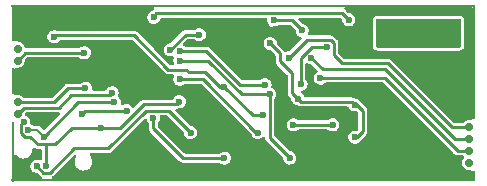
<source format=gbl>
G04 #@! TF.GenerationSoftware,KiCad,Pcbnew,(5.99.0-10200-gdf5f010514)*
G04 #@! TF.CreationDate,2021-04-24T18:33:29+03:00*
G04 #@! TF.ProjectId,hellen1-wbo,68656c6c-656e-4312-9d77-626f2e6b6963,rev?*
G04 #@! TF.SameCoordinates,PX4a19ba0PY5aa5910*
G04 #@! TF.FileFunction,Copper,L2,Bot*
G04 #@! TF.FilePolarity,Positive*
%FSLAX46Y46*%
G04 Gerber Fmt 4.6, Leading zero omitted, Abs format (unit mm)*
G04 Created by KiCad (PCBNEW (5.99.0-10200-gdf5f010514)) date 2021-04-24 18:33:29*
%MOMM*%
%LPD*%
G01*
G04 APERTURE LIST*
G04 #@! TA.AperFunction,ComponentPad*
%ADD10C,0.700000*%
G04 #@! TD*
G04 #@! TA.AperFunction,SMDPad,CuDef*
%ADD11R,39.250000X0.250000*%
G04 #@! TD*
G04 #@! TA.AperFunction,SMDPad,CuDef*
%ADD12R,0.250000X9.750000*%
G04 #@! TD*
G04 #@! TA.AperFunction,SMDPad,CuDef*
%ADD13R,0.250000X0.950000*%
G04 #@! TD*
G04 #@! TA.AperFunction,SMDPad,CuDef*
%ADD14R,0.250000X2.250000*%
G04 #@! TD*
G04 #@! TA.AperFunction,SMDPad,CuDef*
%ADD15R,0.250000X3.100000*%
G04 #@! TD*
G04 #@! TA.AperFunction,SMDPad,CuDef*
%ADD16R,0.250000X5.050000*%
G04 #@! TD*
G04 #@! TA.AperFunction,ViaPad*
%ADD17C,0.600000*%
G04 #@! TD*
G04 #@! TA.AperFunction,Conductor*
%ADD18C,0.250000*%
G04 #@! TD*
G04 #@! TA.AperFunction,Conductor*
%ADD19C,0.203200*%
G04 #@! TD*
G04 APERTURE END LIST*
D10*
G04 #@! TO.P,M600,E1,LSU_Un*
G04 #@! TO.N,/LSU_Un*
X38800000Y1650000D03*
G04 #@! TO.P,M600,E2,LSU_Vm*
G04 #@! TO.N,/LSU_Vm*
X38800000Y2650000D03*
G04 #@! TO.P,M600,E3,LSU_Ip*
G04 #@! TO.N,/LSU_Ip*
X38800000Y3650000D03*
G04 #@! TO.P,M600,E4,LSU_Rtrim*
G04 #@! TO.N,/LSU_Rtrim*
X38800000Y4650000D03*
D11*
G04 #@! TO.P,M600,G,GND*
G04 #@! TO.N,GND*
X19675000Y175000D03*
D12*
X39175000Y10175000D03*
D13*
X39175000Y525000D03*
D14*
X175000Y8525000D03*
D15*
X175000Y13500000D03*
D16*
X175000Y2575000D03*
D11*
X19675000Y14925000D03*
D10*
G04 #@! TO.P,M600,W1,V5_IN*
G04 #@! TO.N,+5V*
X550000Y11300000D03*
G04 #@! TO.P,M600,W2,CAN_VIO*
G04 #@! TO.N,+3V3*
X550000Y10300000D03*
G04 #@! TO.P,M600,W3,CAN_RX*
G04 #@! TO.N,/CAN_RX*
X550000Y6750000D03*
G04 #@! TO.P,M600,W4,CAN_TX*
G04 #@! TO.N,/CAN_TX*
X550000Y5750000D03*
G04 #@! TD*
D17*
G04 #@! TO.N,GND*
X24300000Y6150000D03*
X29100000Y8150000D03*
X7600000Y1950000D03*
X650000Y9400000D03*
X34700000Y1750000D03*
X29300000Y10800000D03*
X34850000Y14450000D03*
X9200000Y8450000D03*
X18550000Y13250000D03*
X38800000Y12400000D03*
X22450000Y12950000D03*
X15850000Y1300000D03*
X6950000Y14450000D03*
X17100000Y550000D03*
X35350000Y10450000D03*
X700000Y700000D03*
X23300000Y550000D03*
X3650000Y10000000D03*
X11200000Y7400000D03*
X6800000Y600000D03*
X17050000Y6800000D03*
X38700000Y14500000D03*
X30600000Y550000D03*
X26250000Y1800000D03*
X500000Y12200000D03*
X29081600Y5743600D03*
X5050000Y900000D03*
X600000Y7650000D03*
X32650000Y10700000D03*
X9300000Y14100000D03*
X17250000Y11350000D03*
X15200000Y3350000D03*
X18400000Y2800000D03*
X3600000Y5700000D03*
X10150000Y600000D03*
X13650000Y7750000D03*
X10500000Y11000000D03*
X7750000Y13500000D03*
X13150000Y800000D03*
X38850000Y550000D03*
X4100000Y13450000D03*
X3574000Y7577000D03*
X450000Y14600000D03*
X1650000Y13350000D03*
G04 #@! TO.N,/LSU_Rtrim*
X23550000Y10550000D03*
G04 #@! TO.N,/LSU_Vm*
X14300000Y10300000D03*
X26186000Y8817000D03*
X21900000Y7450000D03*
X23600000Y2050000D03*
G04 #@! TO.N,/LSU_Ip*
X25400000Y10550000D03*
G04 #@! TO.N,+3V3*
X29107000Y6531000D03*
X21950000Y11750000D03*
X29107000Y3813200D03*
X24300000Y7050000D03*
X2200000Y1350000D03*
X15200000Y4200000D03*
X6200000Y10950000D03*
G04 #@! TO.N,/nRESET*
X14240000Y6810000D03*
X3000000Y1400000D03*
X1059400Y5114322D03*
X7650000Y4600000D03*
G04 #@! TO.N,/Vm*
X24550000Y8300000D03*
X14300000Y11100000D03*
X21500000Y8250000D03*
X26750000Y11450000D03*
G04 #@! TO.N,/Un_sense*
X20900000Y4200000D03*
X14298800Y8715400D03*
G04 #@! TO.N,/Ip_dac*
X13486000Y11204600D03*
X15950000Y12500000D03*
G04 #@! TO.N,/Nernst_esr_drive*
X18050000Y2036592D03*
X12050000Y5400000D03*
G04 #@! TO.N,/CAN_TX*
X8550096Y7561538D03*
G04 #@! TO.N,/CAN_RX*
X6300000Y7959900D03*
G04 #@! TO.N,/heater_pwm*
X28600000Y13750000D03*
X12100000Y13950000D03*
G04 #@! TO.N,/Boot0*
X9800000Y6050000D03*
X6050000Y5800000D03*
G04 #@! TO.N,Net-(R613-Pad1)*
X24650000Y12850000D03*
X22250000Y13700000D03*
G04 #@! TO.N,/SWDIO*
X8750000Y6750000D03*
X1434289Y4435017D03*
X2800000Y3850000D03*
G04 #@! TO.N,VDDA*
X3640000Y12310000D03*
X18058000Y8055000D03*
X23900000Y4850000D03*
X21300000Y5650000D03*
X27227400Y4854600D03*
G04 #@! TO.N,/LSU_H-*
X31450000Y13100000D03*
X32250000Y13100000D03*
X37550000Y12350000D03*
X32250000Y12000000D03*
X31450000Y12000000D03*
X37550000Y13300000D03*
X36400000Y13300000D03*
X36400000Y12350000D03*
G04 #@! TD*
D18*
G04 #@! TO.N,/LSU_Rtrim*
X25040111Y12040111D02*
X23550000Y10550000D01*
X37323365Y4650000D02*
X31923365Y10050000D01*
X27059889Y12040111D02*
X25040111Y12040111D01*
X28050000Y10050000D02*
X27340111Y10759889D01*
X38800000Y4650000D02*
X37323365Y4650000D01*
X31923365Y10050000D02*
X28050000Y10050000D01*
X27340111Y10759889D02*
X27340111Y11759889D01*
X27340111Y11759889D02*
X27059889Y12040111D01*
G04 #@! TO.N,/LSU_Vm*
X21900000Y3750000D02*
X21900000Y7450000D01*
X19536365Y7450000D02*
X16686365Y10300000D01*
X31683000Y8817000D02*
X26186000Y8817000D01*
X16686365Y10300000D02*
X14300000Y10300000D01*
X21900000Y7450000D02*
X19536365Y7450000D01*
X37850000Y2650000D02*
X31683000Y8817000D01*
X23600000Y2050000D02*
X21900000Y3750000D01*
X38800000Y2650000D02*
X37850000Y2650000D01*
G04 #@! TO.N,/LSU_Ip*
X37600000Y3650000D02*
X31700000Y9550000D01*
X31700000Y9550000D02*
X26400000Y9550000D01*
X26400000Y9550000D02*
X25400000Y10550000D01*
X38800000Y3650000D02*
X37600000Y3650000D01*
G04 #@! TO.N,+3V3*
X23800000Y9225000D02*
X22800000Y10225000D01*
X29800000Y6050000D02*
X29800000Y4300000D01*
X2200000Y1350000D02*
X2739611Y810389D01*
X22800000Y10900000D02*
X21950000Y11750000D01*
X29319000Y6531000D02*
X29800000Y6050000D01*
X11450000Y6050000D02*
X13350000Y6050000D01*
X6200000Y10950000D02*
X1200000Y10950000D01*
X3283754Y810389D02*
X5323365Y2850000D01*
X22800000Y10225000D02*
X22800000Y10900000D01*
X23800000Y7562932D02*
X23800000Y9225000D01*
X13350000Y6050000D02*
X15200000Y4200000D01*
X24550000Y6800000D02*
X28838000Y6800000D01*
X2739611Y810389D02*
X3283754Y810389D01*
X5323365Y2850000D02*
X8250000Y2850000D01*
X28838000Y6800000D02*
X29107000Y6531000D01*
X24300000Y7062932D02*
X23800000Y7562932D01*
X8250000Y2850000D02*
X11450000Y6050000D01*
X24300000Y7050000D02*
X24550000Y6800000D01*
X24300000Y7050000D02*
X24300000Y7062932D01*
X1200000Y10950000D02*
X550000Y10300000D01*
X29313200Y3813200D02*
X29107000Y3813200D01*
X29800000Y4300000D02*
X29313200Y3813200D01*
X29107000Y6531000D02*
X29319000Y6531000D01*
G04 #@! TO.N,/nRESET*
X1620250Y3845406D02*
X2265656Y3200000D01*
X14020000Y6590000D02*
X11240000Y6590000D01*
X3750000Y3200000D02*
X5150000Y4600000D01*
X844678Y4152003D02*
X1151275Y3845406D01*
X1059400Y5114322D02*
X844678Y4899600D01*
X1151275Y3845406D02*
X1620250Y3845406D01*
X14240000Y6810000D02*
X14020000Y6590000D01*
X5150000Y4600000D02*
X7650000Y4600000D01*
X844678Y4899600D02*
X844678Y4152003D01*
X9250000Y4600000D02*
X7650000Y4600000D01*
X11240000Y6590000D02*
X9250000Y4600000D01*
X2265656Y3200000D02*
X3750000Y3200000D01*
X3000000Y1400000D02*
X3000000Y3200000D01*
G04 #@! TO.N,/Vm*
X24550000Y10550000D02*
X25450000Y11450000D01*
X24550000Y8300000D02*
X24550000Y10550000D01*
X16550000Y11100000D02*
X14300000Y11100000D01*
X19400000Y8250000D02*
X16550000Y11100000D01*
X25450000Y11450000D02*
X26750000Y11450000D01*
X21500000Y8250000D02*
X19400000Y8250000D01*
G04 #@! TO.N,/Un_sense*
X16259600Y8715400D02*
X20775000Y4200000D01*
X14298800Y8715400D02*
X16259600Y8715400D01*
X20775000Y4200000D02*
X20900000Y4200000D01*
G04 #@! TO.N,/Ip_dac*
X14781400Y12500000D02*
X15950000Y12500000D01*
X13486000Y11204600D02*
X14781400Y12500000D01*
G04 #@! TO.N,/Nernst_esr_drive*
X12050000Y4550000D02*
X14563408Y2036592D01*
X14563408Y2036592D02*
X18050000Y2036592D01*
X12050000Y5400000D02*
X12050000Y4550000D01*
G04 #@! TO.N,/CAN_TX*
X4050000Y6300000D02*
X1100000Y6300000D01*
X8550096Y7550096D02*
X8369789Y7369789D01*
X5119789Y7369789D02*
X4050000Y6300000D01*
X1100000Y6300000D02*
X550000Y5750000D01*
X8369789Y7369789D02*
X5119789Y7369789D01*
X8550096Y7561538D02*
X8550096Y7550096D01*
G04 #@! TO.N,/CAN_RX*
X6300000Y7959900D02*
X4830265Y7959900D01*
X3620365Y6750000D02*
X550000Y6750000D01*
X4830265Y7959900D02*
X3620365Y6750000D01*
G04 #@! TO.N,/heater_pwm*
X12290111Y14290111D02*
X12100000Y14100000D01*
X12100000Y14100000D02*
X12100000Y13950000D01*
X28059889Y14290111D02*
X12290111Y14290111D01*
X28600000Y13750000D02*
X28059889Y14290111D01*
G04 #@! TO.N,/Boot0*
X9800000Y6050000D02*
X6300000Y6050000D01*
X6300000Y6050000D02*
X6050000Y5800000D01*
G04 #@! TO.N,Net-(R613-Pad1)*
X23800000Y13700000D02*
X22250000Y13700000D01*
X24650000Y12850000D02*
X23800000Y13700000D01*
G04 #@! TO.N,/SWDIO*
X5700000Y6750000D02*
X2800000Y3850000D01*
X8750000Y6750000D02*
X5700000Y6750000D01*
D19*
X2214983Y4435017D02*
X2800000Y3850000D01*
X1434289Y4435017D02*
X2214983Y4435017D01*
D18*
G04 #@! TO.N,VDDA*
X14857600Y9528200D02*
X15035400Y9350400D01*
X13409800Y9528200D02*
X13528200Y9528200D01*
X3640000Y12310000D02*
X3770111Y12440111D01*
X10409889Y12440111D02*
X13321800Y9528200D01*
X20463000Y5650000D02*
X18058000Y8055000D01*
X16432400Y9350400D02*
X17727800Y8055000D01*
X17727800Y8055000D02*
X18058000Y8055000D01*
X3770111Y12440111D02*
X10409889Y12440111D01*
X23904600Y4854600D02*
X27227400Y4854600D01*
X13321800Y9528200D02*
X13528200Y9528200D01*
X23900000Y4850000D02*
X23904600Y4854600D01*
X13528200Y9528200D02*
X14857600Y9528200D01*
X21300000Y5650000D02*
X20463000Y5650000D01*
X15035400Y9350400D02*
X16432400Y9350400D01*
G04 #@! TD*
G04 #@! TA.AperFunction,Conductor*
G04 #@! TO.N,GND*
G36*
X2004693Y2921804D02*
G01*
X2015000Y2913962D01*
X2018551Y2910411D01*
X2022776Y2907392D01*
X2022785Y2907384D01*
X2035455Y2898330D01*
X2040193Y2894773D01*
X2080422Y2863060D01*
X2089053Y2860029D01*
X2096499Y2854708D01*
X2106477Y2851724D01*
X2106479Y2851723D01*
X2145591Y2840026D01*
X2151238Y2838191D01*
X2192070Y2823851D01*
X2192073Y2823850D01*
X2199549Y2821225D01*
X2207921Y2820500D01*
X2210630Y2820500D01*
X2210923Y2820487D01*
X2217465Y2818531D01*
X2265100Y2820403D01*
X2270049Y2820500D01*
X2494500Y2820500D01*
X2562621Y2800498D01*
X2609114Y2746842D01*
X2620500Y2694500D01*
X2620500Y1967044D01*
X2600498Y1898923D01*
X2546842Y1852430D01*
X2476568Y1842326D01*
X2451825Y1848491D01*
X2316327Y1897274D01*
X2307767Y1897903D01*
X2307765Y1897903D01*
X2215187Y1904701D01*
X2164869Y1908396D01*
X2015999Y1878379D01*
X2008347Y1874480D01*
X1888337Y1813332D01*
X1888334Y1813330D01*
X1880686Y1809433D01*
X1874364Y1803620D01*
X1874363Y1803619D01*
X1789999Y1726042D01*
X1768898Y1706639D01*
X1764370Y1699337D01*
X1764369Y1699335D01*
X1701139Y1597355D01*
X1688871Y1577569D01*
X1646502Y1431733D01*
X1646412Y1423147D01*
X1646412Y1423146D01*
X1645422Y1328563D01*
X1644912Y1279876D01*
X1684218Y1133185D01*
X1761524Y1002468D01*
X1767725Y996522D01*
X1767726Y996520D01*
X1784955Y979998D01*
X1871134Y897355D01*
X2004974Y825591D01*
X2013356Y823717D01*
X2013357Y823717D01*
X2144797Y794336D01*
X2144799Y794336D01*
X2153182Y792462D01*
X2161761Y792912D01*
X2170319Y792193D01*
X2170204Y790819D01*
X2230535Y776482D01*
X2257143Y756163D01*
X2433955Y579351D01*
X2447036Y563155D01*
X2449572Y560368D01*
X2455223Y551616D01*
X2463402Y545169D01*
X2463402Y545168D01*
X2479947Y532125D01*
X2484827Y527788D01*
X2484867Y527835D01*
X2488824Y524482D01*
X2492505Y520801D01*
X2496737Y517777D01*
X2509402Y508726D01*
X2514148Y505162D01*
X2547398Y478950D01*
X2588512Y421069D01*
X2591806Y350149D01*
X2556235Y288706D01*
X2493092Y256249D01*
X2469393Y254000D01*
X380000Y254000D01*
X311879Y274002D01*
X265386Y327658D01*
X254000Y380000D01*
X254000Y2198162D01*
X274002Y2266283D01*
X327658Y2312776D01*
X397932Y2322880D01*
X462512Y2293386D01*
X477295Y2278223D01*
X483517Y2270662D01*
X536620Y2206128D01*
X542447Y2201697D01*
X547096Y2198162D01*
X675776Y2100312D01*
X682464Y2097341D01*
X682468Y2097339D01*
X719294Y2080982D01*
X835541Y2029347D01*
X842736Y2027994D01*
X964370Y2005121D01*
X1007348Y1997039D01*
X1014656Y1997377D01*
X1014659Y1997377D01*
X1174664Y2004782D01*
X1174668Y2004783D01*
X1181979Y2005121D01*
X1189019Y2007133D01*
X1343024Y2051148D01*
X1343027Y2051149D01*
X1350066Y2053161D01*
X1442504Y2104929D01*
X1496202Y2135001D01*
X1496204Y2135002D01*
X1502594Y2138581D01*
X1631380Y2256798D01*
X1642948Y2273851D01*
X1725408Y2395416D01*
X1729516Y2401472D01*
X1791737Y2564842D01*
X1814707Y2738144D01*
X1814800Y2750000D01*
X1808612Y2803074D01*
X1820590Y2873052D01*
X1868501Y2925446D01*
X1937132Y2943620D01*
X2004693Y2921804D01*
G37*
G04 #@! TD.AperFunction*
G04 #@! TA.AperFunction,Conductor*
G36*
X12086197Y14825998D02*
G01*
X12132690Y14772342D01*
X12142794Y14702068D01*
X12113300Y14637488D01*
X12082049Y14613618D01*
X12082823Y14612418D01*
X12076168Y14608122D01*
X12069022Y14604690D01*
X12062589Y14599283D01*
X12060660Y14597354D01*
X12060458Y14597168D01*
X12054448Y14593926D01*
X12047379Y14586278D01*
X12047378Y14586278D01*
X12022092Y14558924D01*
X12018664Y14555360D01*
X11973920Y14510615D01*
X11926257Y14480716D01*
X11924424Y14480078D01*
X11915999Y14478379D01*
X11908345Y14474479D01*
X11788337Y14413332D01*
X11788334Y14413330D01*
X11780686Y14409433D01*
X11668898Y14306639D01*
X11664370Y14299337D01*
X11664369Y14299335D01*
X11632999Y14248740D01*
X11588871Y14177569D01*
X11546502Y14031733D01*
X11546412Y14023147D01*
X11546412Y14023146D01*
X11545578Y13943516D01*
X11544912Y13879876D01*
X11584218Y13733185D01*
X11661524Y13602468D01*
X11667725Y13596522D01*
X11667726Y13596520D01*
X11684455Y13580478D01*
X11771134Y13497355D01*
X11904974Y13425591D01*
X11913356Y13423717D01*
X11913357Y13423717D01*
X12044797Y13394336D01*
X12044799Y13394336D01*
X12053182Y13392462D01*
X12148885Y13397478D01*
X12196257Y13399960D01*
X12196258Y13399960D01*
X12204840Y13400410D01*
X12348773Y13448849D01*
X12355878Y13453678D01*
X12355881Y13453679D01*
X12467275Y13529382D01*
X12467276Y13529383D01*
X12474379Y13534210D01*
X12520077Y13588287D01*
X12566858Y13643645D01*
X12566860Y13643648D01*
X12572401Y13650205D01*
X12618091Y13750000D01*
X12632045Y13780478D01*
X12632045Y13780480D01*
X12635620Y13788287D01*
X12636964Y13796770D01*
X12636965Y13796775D01*
X12638161Y13804324D01*
X12668574Y13868477D01*
X12728843Y13906002D01*
X12762609Y13910611D01*
X21570739Y13910611D01*
X21638860Y13890609D01*
X21685353Y13836953D01*
X21693184Y13781768D01*
X21696502Y13781733D01*
X21694912Y13629876D01*
X21734218Y13483185D01*
X21811524Y13352468D01*
X21817725Y13346522D01*
X21817726Y13346520D01*
X21846576Y13318854D01*
X21921134Y13247355D01*
X22054974Y13175591D01*
X22063356Y13173717D01*
X22063357Y13173717D01*
X22194797Y13144336D01*
X22194799Y13144336D01*
X22203182Y13142462D01*
X22298885Y13147478D01*
X22346257Y13149960D01*
X22346258Y13149960D01*
X22354840Y13150410D01*
X22498773Y13198849D01*
X22505878Y13203678D01*
X22505881Y13203679D01*
X22617271Y13279379D01*
X22617273Y13279381D01*
X22624379Y13284210D01*
X22628176Y13288703D01*
X22691009Y13318854D01*
X22711308Y13320500D01*
X23590616Y13320500D01*
X23658737Y13300498D01*
X23679711Y13283595D01*
X24058377Y12904929D01*
X24092403Y12842617D01*
X24095275Y12814518D01*
X24094912Y12779876D01*
X24134218Y12633185D01*
X24211524Y12502468D01*
X24217725Y12496522D01*
X24217726Y12496520D01*
X24231069Y12483725D01*
X24321134Y12397355D01*
X24454974Y12325591D01*
X24504223Y12314582D01*
X24566337Y12280203D01*
X24600005Y12217698D01*
X24594536Y12146912D01*
X24565831Y12102525D01*
X23607935Y11144630D01*
X23545625Y11110606D01*
X23526755Y11107976D01*
X23523434Y11107767D01*
X23514869Y11108396D01*
X23365999Y11078379D01*
X23358347Y11074480D01*
X23358344Y11074479D01*
X23295424Y11042419D01*
X23225647Y11029314D01*
X23159862Y11056014D01*
X23124638Y11100142D01*
X23114579Y11121089D01*
X23109172Y11127522D01*
X23107242Y11129452D01*
X23107058Y11129653D01*
X23103815Y11135663D01*
X23095805Y11143068D01*
X23068824Y11168008D01*
X23065256Y11171438D01*
X22543103Y11693592D01*
X22509078Y11755904D01*
X22507365Y11765586D01*
X22491938Y11878200D01*
X22488889Y11900461D01*
X22485477Y11908346D01*
X22431987Y12031955D01*
X22431985Y12031958D01*
X22428576Y12039836D01*
X22333004Y12157858D01*
X22228986Y12231780D01*
X22216216Y12240855D01*
X22209214Y12245831D01*
X22066327Y12297274D01*
X22057767Y12297903D01*
X22057765Y12297903D01*
X21956594Y12305332D01*
X21914869Y12308396D01*
X21765999Y12278379D01*
X21758347Y12274480D01*
X21638337Y12213332D01*
X21638334Y12213330D01*
X21630686Y12209433D01*
X21624364Y12203620D01*
X21624363Y12203619D01*
X21580011Y12162835D01*
X21518898Y12106639D01*
X21514370Y12099337D01*
X21514369Y12099335D01*
X21452065Y11998849D01*
X21438871Y11977569D01*
X21396502Y11831733D01*
X21396412Y11823147D01*
X21396412Y11823146D01*
X21395742Y11759108D01*
X21394912Y11679876D01*
X21434218Y11533185D01*
X21511524Y11402468D01*
X21517725Y11396522D01*
X21517726Y11396520D01*
X21552853Y11362835D01*
X21621134Y11297355D01*
X21754974Y11225591D01*
X21763356Y11223717D01*
X21763357Y11223717D01*
X21894797Y11194336D01*
X21894799Y11194336D01*
X21903182Y11192462D01*
X21911761Y11192912D01*
X21920319Y11192193D01*
X21920204Y11190819D01*
X21980535Y11176482D01*
X22007143Y11156163D01*
X22383595Y10779711D01*
X22417621Y10717399D01*
X22420500Y10690616D01*
X22420500Y10277765D01*
X22418295Y10257047D01*
X22418118Y10253289D01*
X22415927Y10243113D01*
X22417151Y10232774D01*
X22419627Y10211851D01*
X22420011Y10205334D01*
X22420072Y10205339D01*
X22420500Y10200160D01*
X22420500Y10194960D01*
X22421354Y10189832D01*
X22421354Y10189827D01*
X22423909Y10174477D01*
X22424746Y10168600D01*
X22426896Y10150436D01*
X22430767Y10117728D01*
X22434728Y10109480D01*
X22436230Y10100454D01*
X22460569Y10055346D01*
X22463247Y10050088D01*
X22481989Y10011056D01*
X22481991Y10011052D01*
X22485421Y10003910D01*
X22490828Y9997478D01*
X22492766Y9995540D01*
X22492942Y9995349D01*
X22496185Y9989337D01*
X22503833Y9982268D01*
X22503837Y9982262D01*
X22531202Y9956967D01*
X22534769Y9953537D01*
X23383595Y9104711D01*
X23417621Y9042399D01*
X23420500Y9015616D01*
X23420500Y7615697D01*
X23418295Y7594979D01*
X23418118Y7591221D01*
X23415927Y7581045D01*
X23418236Y7561538D01*
X23419627Y7549783D01*
X23420011Y7543266D01*
X23420072Y7543271D01*
X23420500Y7538092D01*
X23420500Y7532892D01*
X23421354Y7527764D01*
X23421354Y7527759D01*
X23423909Y7512409D01*
X23424746Y7506532D01*
X23430767Y7455660D01*
X23434728Y7447412D01*
X23436230Y7438386D01*
X23460569Y7393278D01*
X23463247Y7388020D01*
X23481989Y7348988D01*
X23481991Y7348984D01*
X23485421Y7341842D01*
X23490828Y7335410D01*
X23492766Y7333472D01*
X23492942Y7333281D01*
X23496185Y7327269D01*
X23503833Y7320200D01*
X23503837Y7320194D01*
X23531202Y7294899D01*
X23534769Y7291469D01*
X23708511Y7117727D01*
X23742537Y7055415D01*
X23745409Y7027316D01*
X23744912Y6979876D01*
X23784218Y6833185D01*
X23861524Y6702468D01*
X23971134Y6597355D01*
X24104974Y6525591D01*
X24113356Y6523717D01*
X24113357Y6523717D01*
X24244797Y6494336D01*
X24244799Y6494336D01*
X24253182Y6492462D01*
X24275481Y6493631D01*
X24344554Y6477223D01*
X24353385Y6471268D01*
X24356588Y6469507D01*
X24364766Y6463060D01*
X24373400Y6460028D01*
X24380843Y6454709D01*
X24413832Y6444843D01*
X24429903Y6440037D01*
X24435552Y6438202D01*
X24483893Y6421225D01*
X24492265Y6420500D01*
X24494979Y6420500D01*
X24495271Y6420487D01*
X24501809Y6418532D01*
X24549429Y6420403D01*
X24554376Y6420500D01*
X28466047Y6420500D01*
X28534168Y6400498D01*
X28580661Y6346842D01*
X28587753Y6327115D01*
X28591218Y6314185D01*
X28668524Y6183468D01*
X28674725Y6177522D01*
X28674726Y6177520D01*
X28696506Y6156634D01*
X28778134Y6078355D01*
X28911974Y6006591D01*
X28920356Y6004717D01*
X28920357Y6004717D01*
X29051797Y5975336D01*
X29051799Y5975336D01*
X29060182Y5973462D01*
X29155885Y5978478D01*
X29203257Y5980960D01*
X29203258Y5980960D01*
X29211840Y5981410D01*
X29227624Y5986722D01*
X29298566Y5989492D01*
X29356908Y5956398D01*
X29383595Y5929711D01*
X29417621Y5867399D01*
X29420500Y5840616D01*
X29420500Y4509384D01*
X29400498Y4441263D01*
X29383595Y4420289D01*
X29353563Y4390257D01*
X29291251Y4356231D01*
X29238269Y4356106D01*
X29231409Y4357564D01*
X29223327Y4360474D01*
X29214764Y4361103D01*
X29214763Y4361103D01*
X29147598Y4366035D01*
X29071869Y4371596D01*
X28922999Y4341579D01*
X28915347Y4337680D01*
X28795337Y4276532D01*
X28795334Y4276530D01*
X28787686Y4272633D01*
X28781364Y4266820D01*
X28781363Y4266819D01*
X28686273Y4179379D01*
X28675898Y4169839D01*
X28671370Y4162537D01*
X28671369Y4162535D01*
X28600397Y4048069D01*
X28595871Y4040769D01*
X28553502Y3894933D01*
X28553412Y3886347D01*
X28553412Y3886346D01*
X28552995Y3846520D01*
X28551912Y3743076D01*
X28591218Y3596385D01*
X28668524Y3465668D01*
X28674725Y3459722D01*
X28674726Y3459720D01*
X28692999Y3442197D01*
X28778134Y3360555D01*
X28911974Y3288791D01*
X28920356Y3286917D01*
X28920357Y3286917D01*
X29051797Y3257536D01*
X29051799Y3257536D01*
X29060182Y3255662D01*
X29155885Y3260678D01*
X29203257Y3263160D01*
X29203258Y3263160D01*
X29211840Y3263610D01*
X29355773Y3312049D01*
X29362878Y3316878D01*
X29362881Y3316879D01*
X29474275Y3392582D01*
X29474276Y3392583D01*
X29481379Y3397410D01*
X29486922Y3403969D01*
X29573858Y3506845D01*
X29573860Y3506848D01*
X29579401Y3513405D01*
X29594708Y3546840D01*
X29620177Y3583483D01*
X30031038Y3994344D01*
X30047234Y4007425D01*
X30050021Y4009961D01*
X30058773Y4015612D01*
X30069722Y4029500D01*
X30078264Y4040336D01*
X30082601Y4045216D01*
X30082554Y4045256D01*
X30085907Y4049213D01*
X30089588Y4052894D01*
X30101664Y4069792D01*
X30105227Y4074538D01*
X30130493Y4106588D01*
X30136940Y4114766D01*
X30139972Y4123400D01*
X30145291Y4130843D01*
X30159963Y4179903D01*
X30161798Y4185551D01*
X30173142Y4217852D01*
X30178775Y4233893D01*
X30179500Y4242265D01*
X30179500Y4244979D01*
X30179513Y4245271D01*
X30181468Y4251809D01*
X30179597Y4299429D01*
X30179500Y4304376D01*
X30179500Y5997235D01*
X30181705Y6017953D01*
X30181882Y6021711D01*
X30184073Y6031887D01*
X30180373Y6063149D01*
X30179989Y6069666D01*
X30179928Y6069661D01*
X30179500Y6074840D01*
X30179500Y6080040D01*
X30176091Y6100523D01*
X30175254Y6106400D01*
X30170457Y6146928D01*
X30169233Y6157272D01*
X30165272Y6165520D01*
X30163770Y6174546D01*
X30144602Y6210072D01*
X30139447Y6219625D01*
X30136752Y6224914D01*
X30118011Y6263942D01*
X30114579Y6271089D01*
X30109172Y6277522D01*
X30107242Y6279452D01*
X30107058Y6279653D01*
X30103815Y6285663D01*
X30081697Y6306109D01*
X30068824Y6318008D01*
X30065256Y6321438D01*
X29624652Y6762043D01*
X29611578Y6778231D01*
X29611267Y6778573D01*
X29611128Y6778789D01*
X29607900Y6782786D01*
X29603388Y6789772D01*
X29603845Y6790067D01*
X29593705Y6805771D01*
X29593436Y6805608D01*
X29588987Y6812954D01*
X29585576Y6820836D01*
X29490004Y6938858D01*
X29366214Y7026831D01*
X29223327Y7078274D01*
X29214767Y7078903D01*
X29214765Y7078903D01*
X29179485Y7081494D01*
X29123219Y7085625D01*
X29054442Y7112337D01*
X29023234Y7136940D01*
X29014603Y7139971D01*
X29007157Y7145292D01*
X28997179Y7148276D01*
X28997177Y7148277D01*
X28958065Y7159974D01*
X28952418Y7161809D01*
X28949500Y7162834D01*
X28938665Y7166639D01*
X28911586Y7176149D01*
X28911583Y7176150D01*
X28904107Y7178775D01*
X28895735Y7179500D01*
X28893026Y7179500D01*
X28892733Y7179513D01*
X28886191Y7181469D01*
X28873799Y7180982D01*
X28838555Y7179597D01*
X28833607Y7179500D01*
X24930726Y7179500D01*
X24862605Y7199502D01*
X24815089Y7255460D01*
X24781988Y7331952D01*
X24781987Y7331954D01*
X24778576Y7339836D01*
X24683004Y7457858D01*
X24671542Y7466004D01*
X24606243Y7512409D01*
X24591972Y7522551D01*
X24548032Y7578315D01*
X24541216Y7648984D01*
X24573689Y7712119D01*
X24641354Y7749025D01*
X24646256Y7749960D01*
X24654840Y7750410D01*
X24798773Y7798849D01*
X24805878Y7803678D01*
X24805881Y7803679D01*
X24917275Y7879382D01*
X24917276Y7879383D01*
X24924379Y7884210D01*
X24929922Y7890769D01*
X25016858Y7993645D01*
X25016860Y7993648D01*
X25022401Y8000205D01*
X25062728Y8088287D01*
X25082045Y8130478D01*
X25082045Y8130480D01*
X25085620Y8138287D01*
X25109377Y8288283D01*
X25109500Y8300000D01*
X25088889Y8450461D01*
X25060269Y8516598D01*
X25031987Y8581955D01*
X25031985Y8581958D01*
X25028576Y8589836D01*
X25023171Y8596510D01*
X25023169Y8596514D01*
X24957580Y8677510D01*
X24930254Y8743037D01*
X24929500Y8756804D01*
X24929500Y9962768D01*
X24949502Y10030889D01*
X25003158Y10077382D01*
X25073432Y10087486D01*
X25115038Y10073814D01*
X25204974Y10025591D01*
X25213356Y10023717D01*
X25213357Y10023717D01*
X25344797Y9994336D01*
X25344799Y9994336D01*
X25353182Y9992462D01*
X25361761Y9992912D01*
X25370319Y9992193D01*
X25370204Y9990819D01*
X25430535Y9976482D01*
X25457143Y9956163D01*
X25923045Y9490261D01*
X25957071Y9427949D01*
X25952006Y9357134D01*
X25909459Y9300298D01*
X25891157Y9288902D01*
X25866686Y9276433D01*
X25860364Y9270620D01*
X25860363Y9270619D01*
X25766577Y9184378D01*
X25754898Y9173639D01*
X25750370Y9166337D01*
X25750369Y9166335D01*
X25679397Y9051869D01*
X25674871Y9044569D01*
X25632502Y8898733D01*
X25630912Y8746876D01*
X25670218Y8600185D01*
X25747524Y8469468D01*
X25753725Y8463522D01*
X25753726Y8463520D01*
X25782576Y8435854D01*
X25857134Y8364355D01*
X25990974Y8292591D01*
X25999356Y8290717D01*
X25999357Y8290717D01*
X26130797Y8261336D01*
X26130799Y8261336D01*
X26139182Y8259462D01*
X26234885Y8264478D01*
X26282257Y8266960D01*
X26282258Y8266960D01*
X26290840Y8267410D01*
X26434773Y8315849D01*
X26441878Y8320678D01*
X26441881Y8320679D01*
X26553271Y8396379D01*
X26553273Y8396381D01*
X26560379Y8401210D01*
X26564176Y8405703D01*
X26627009Y8435854D01*
X26647308Y8437500D01*
X31473616Y8437500D01*
X31541737Y8417498D01*
X31562711Y8400595D01*
X37544344Y2418962D01*
X37557425Y2402766D01*
X37559961Y2399979D01*
X37565612Y2391227D01*
X37573791Y2384780D01*
X37573791Y2384779D01*
X37590336Y2371736D01*
X37595215Y2367400D01*
X37595254Y2367447D01*
X37599215Y2364091D01*
X37602894Y2360412D01*
X37619734Y2348378D01*
X37619792Y2348337D01*
X37624540Y2344773D01*
X37664766Y2313060D01*
X37673397Y2310029D01*
X37680843Y2304708D01*
X37690821Y2301724D01*
X37690823Y2301723D01*
X37729935Y2290026D01*
X37735576Y2288193D01*
X37746195Y2284464D01*
X37776414Y2273851D01*
X37776417Y2273850D01*
X37783893Y2271225D01*
X37792265Y2270500D01*
X37794974Y2270500D01*
X37795267Y2270487D01*
X37801809Y2268531D01*
X37849444Y2270403D01*
X37854393Y2270500D01*
X38258938Y2270500D01*
X38327059Y2250498D01*
X38373552Y2196842D01*
X38383656Y2126568D01*
X38358901Y2067797D01*
X38272158Y1954750D01*
X38211268Y1807750D01*
X38210191Y1799566D01*
X38210190Y1799564D01*
X38198381Y1709865D01*
X38190500Y1650000D01*
X38191578Y1641812D01*
X38208891Y1510309D01*
X38211268Y1492250D01*
X38272158Y1345250D01*
X38277185Y1338699D01*
X38356103Y1235850D01*
X38369018Y1219018D01*
X38495250Y1122158D01*
X38642250Y1061268D01*
X38650432Y1060191D01*
X38650435Y1060190D01*
X38716588Y1051481D01*
X38782653Y1021784D01*
X38800000Y1006753D01*
X38800000Y1000000D01*
X38970000Y1000000D01*
X39038121Y979998D01*
X39084614Y926342D01*
X39096000Y874000D01*
X39096000Y380000D01*
X39075998Y311879D01*
X39022342Y265386D01*
X38970000Y254000D01*
X3554749Y254000D01*
X3486628Y274002D01*
X3440135Y327658D01*
X3430031Y397932D01*
X3459525Y462512D01*
X3491682Y487071D01*
X3491034Y488075D01*
X3497700Y492380D01*
X3504844Y495810D01*
X3511276Y501217D01*
X3513214Y503155D01*
X3513405Y503331D01*
X3519417Y506574D01*
X3526486Y514222D01*
X3526492Y514226D01*
X3551787Y541591D01*
X3555217Y545158D01*
X5313688Y2303629D01*
X5376000Y2337655D01*
X5446815Y2332590D01*
X5503651Y2290043D01*
X5528462Y2223523D01*
X5513433Y2154436D01*
X5512041Y2152797D01*
X5432540Y1997102D01*
X5408516Y1898923D01*
X5394461Y1841485D01*
X5390988Y1827294D01*
X5390931Y1819976D01*
X5390930Y1819972D01*
X5390357Y1747003D01*
X5389615Y1652482D01*
X5428494Y1482043D01*
X5505540Y1325119D01*
X5616620Y1190128D01*
X5755776Y1084312D01*
X5762464Y1081341D01*
X5762468Y1081339D01*
X5807655Y1061268D01*
X5915541Y1013347D01*
X5922736Y1011994D01*
X6044370Y989121D01*
X6087348Y981039D01*
X6094656Y981377D01*
X6094659Y981377D01*
X6254664Y988782D01*
X6254668Y988783D01*
X6261979Y989121D01*
X6269019Y991133D01*
X6423024Y1035148D01*
X6423027Y1035149D01*
X6430066Y1037161D01*
X6576198Y1118999D01*
X6576204Y1119002D01*
X6582594Y1122581D01*
X6669285Y1202158D01*
X6705990Y1235850D01*
X6705991Y1235852D01*
X6711380Y1240798D01*
X6809516Y1385472D01*
X6871737Y1548842D01*
X6894707Y1722144D01*
X6894800Y1734000D01*
X6893676Y1743645D01*
X6875403Y1900369D01*
X6874555Y1907642D01*
X6814908Y2071969D01*
X6796326Y2100312D01*
X6745037Y2178539D01*
X6719056Y2218166D01*
X6682256Y2253027D01*
X6646558Y2314396D01*
X6649706Y2385323D01*
X6690699Y2443289D01*
X6756524Y2469890D01*
X6768909Y2470500D01*
X8197235Y2470500D01*
X8217953Y2468295D01*
X8221711Y2468118D01*
X8231887Y2465927D01*
X8263149Y2469627D01*
X8269666Y2470011D01*
X8269661Y2470072D01*
X8274840Y2470500D01*
X8280040Y2470500D01*
X8285168Y2471354D01*
X8285173Y2471354D01*
X8300523Y2473909D01*
X8306400Y2474746D01*
X8324654Y2476907D01*
X8357272Y2480767D01*
X8365520Y2484728D01*
X8374546Y2486230D01*
X8419654Y2510569D01*
X8424912Y2513247D01*
X8463944Y2531989D01*
X8463948Y2531991D01*
X8471090Y2535421D01*
X8477522Y2540828D01*
X8479460Y2542766D01*
X8479651Y2542942D01*
X8485663Y2546185D01*
X8492732Y2553833D01*
X8492738Y2553837D01*
X8518033Y2581202D01*
X8521463Y2584769D01*
X11292340Y5355646D01*
X11354652Y5389672D01*
X11425467Y5384607D01*
X11482303Y5342060D01*
X11503142Y5299163D01*
X11534218Y5183185D01*
X11611524Y5052468D01*
X11617724Y5046522D01*
X11617726Y5046520D01*
X11631711Y5033109D01*
X11667033Y4971523D01*
X11670500Y4942168D01*
X11670500Y4602765D01*
X11668295Y4582047D01*
X11668118Y4578289D01*
X11665927Y4568113D01*
X11668583Y4545670D01*
X11669627Y4536851D01*
X11670011Y4530334D01*
X11670072Y4530339D01*
X11670500Y4525160D01*
X11670500Y4519960D01*
X11671354Y4514832D01*
X11671354Y4514827D01*
X11673909Y4499477D01*
X11674746Y4493600D01*
X11680767Y4442728D01*
X11684728Y4434480D01*
X11686230Y4425454D01*
X11710569Y4380346D01*
X11713247Y4375088D01*
X11731989Y4336056D01*
X11731991Y4336052D01*
X11735421Y4328910D01*
X11740828Y4322478D01*
X11742766Y4320540D01*
X11742942Y4320349D01*
X11746185Y4314337D01*
X11753833Y4307268D01*
X11753837Y4307262D01*
X11781202Y4281967D01*
X11784769Y4278537D01*
X14257752Y1805554D01*
X14270833Y1789358D01*
X14273369Y1786571D01*
X14279020Y1777819D01*
X14287199Y1771372D01*
X14287199Y1771371D01*
X14303744Y1758328D01*
X14308627Y1753988D01*
X14308667Y1754035D01*
X14312626Y1750680D01*
X14316303Y1747003D01*
X14320528Y1743984D01*
X14320537Y1743976D01*
X14333207Y1734922D01*
X14337945Y1731365D01*
X14378174Y1699652D01*
X14386805Y1696621D01*
X14394251Y1691300D01*
X14404229Y1688316D01*
X14404231Y1688315D01*
X14443343Y1676618D01*
X14448990Y1674783D01*
X14489822Y1660443D01*
X14489825Y1660442D01*
X14497301Y1657817D01*
X14505673Y1657092D01*
X14508382Y1657092D01*
X14508675Y1657079D01*
X14515217Y1655123D01*
X14562852Y1656995D01*
X14567801Y1657092D01*
X17594208Y1657092D01*
X17662329Y1637090D01*
X17681418Y1622034D01*
X17721134Y1583947D01*
X17728705Y1579888D01*
X17728707Y1579886D01*
X17773069Y1556100D01*
X17854974Y1512183D01*
X17863356Y1510309D01*
X17863357Y1510309D01*
X17994797Y1480928D01*
X17994799Y1480928D01*
X18003182Y1479054D01*
X18098885Y1484070D01*
X18146257Y1486552D01*
X18146258Y1486552D01*
X18154840Y1487002D01*
X18298773Y1535441D01*
X18305878Y1540270D01*
X18305881Y1540271D01*
X18417275Y1615974D01*
X18417276Y1615975D01*
X18424379Y1620802D01*
X18431630Y1629382D01*
X18516858Y1730237D01*
X18516860Y1730240D01*
X18522401Y1736797D01*
X18560482Y1819972D01*
X18582045Y1867070D01*
X18582045Y1867072D01*
X18585620Y1874879D01*
X18609377Y2024875D01*
X18609500Y2036592D01*
X18588889Y2187053D01*
X18575425Y2218166D01*
X18531987Y2318547D01*
X18531985Y2318550D01*
X18528576Y2326428D01*
X18433004Y2444450D01*
X18309214Y2532423D01*
X18166327Y2583866D01*
X18157767Y2584495D01*
X18157765Y2584495D01*
X18065187Y2591293D01*
X18014869Y2594988D01*
X17865999Y2564971D01*
X17858347Y2561072D01*
X17738337Y2499924D01*
X17738334Y2499922D01*
X17730686Y2496025D01*
X17679919Y2449342D01*
X17616237Y2417958D01*
X17594634Y2416092D01*
X14772792Y2416092D01*
X14704671Y2436094D01*
X14683697Y2452997D01*
X12466405Y4670290D01*
X12432379Y4732602D01*
X12429500Y4759385D01*
X12429500Y4944161D01*
X12449502Y5012282D01*
X12459261Y5025488D01*
X12464735Y5031965D01*
X12484543Y5055405D01*
X12516858Y5093645D01*
X12516860Y5093648D01*
X12522401Y5100205D01*
X12569603Y5203302D01*
X12582045Y5230478D01*
X12582045Y5230480D01*
X12585620Y5238287D01*
X12609377Y5388283D01*
X12609500Y5400000D01*
X12592048Y5527400D01*
X12602620Y5597605D01*
X12649469Y5650949D01*
X12716882Y5670500D01*
X13140616Y5670500D01*
X13208737Y5650498D01*
X13229711Y5633595D01*
X14608377Y4254929D01*
X14642403Y4192617D01*
X14645275Y4164518D01*
X14644912Y4129876D01*
X14684218Y3983185D01*
X14761524Y3852468D01*
X14767725Y3846522D01*
X14767726Y3846520D01*
X14801938Y3813712D01*
X14871134Y3747355D01*
X15004974Y3675591D01*
X15013356Y3673717D01*
X15013357Y3673717D01*
X15144797Y3644336D01*
X15144799Y3644336D01*
X15153182Y3642462D01*
X15250229Y3647548D01*
X15296257Y3649960D01*
X15296258Y3649960D01*
X15304840Y3650410D01*
X15448773Y3698849D01*
X15455878Y3703678D01*
X15455881Y3703679D01*
X15567275Y3779382D01*
X15567276Y3779383D01*
X15574379Y3784210D01*
X15579922Y3790769D01*
X15666858Y3893645D01*
X15666860Y3893648D01*
X15672401Y3900205D01*
X15710392Y3983185D01*
X15732045Y4030478D01*
X15732045Y4030480D01*
X15735620Y4038287D01*
X15759377Y4188283D01*
X15759500Y4200000D01*
X15738889Y4350461D01*
X15727074Y4377764D01*
X15681987Y4481955D01*
X15681985Y4481958D01*
X15678576Y4489836D01*
X15583004Y4607858D01*
X15459214Y4695831D01*
X15316327Y4747274D01*
X15307767Y4747903D01*
X15307765Y4747903D01*
X15266348Y4750944D01*
X15226093Y4753900D01*
X15159621Y4778838D01*
X15146227Y4790467D01*
X13943150Y5993545D01*
X13909124Y6055857D01*
X13914189Y6126673D01*
X13956736Y6183508D01*
X14017433Y6207766D01*
X14033146Y6209626D01*
X14039666Y6210011D01*
X14039661Y6210072D01*
X14044840Y6210500D01*
X14050040Y6210500D01*
X14055168Y6211354D01*
X14055173Y6211354D01*
X14070523Y6213909D01*
X14076400Y6214746D01*
X14103850Y6217995D01*
X14127272Y6220767D01*
X14135520Y6224728D01*
X14144546Y6226230D01*
X14153709Y6231174D01*
X14153712Y6231175D01*
X14168225Y6239006D01*
X14221461Y6253944D01*
X14336257Y6259960D01*
X14336259Y6259960D01*
X14344840Y6260410D01*
X14488773Y6308849D01*
X14495878Y6313678D01*
X14495881Y6313679D01*
X14607275Y6389382D01*
X14607276Y6389383D01*
X14614379Y6394210D01*
X14619922Y6400769D01*
X14706858Y6503645D01*
X14706860Y6503648D01*
X14712401Y6510205D01*
X14752264Y6597274D01*
X14772045Y6640478D01*
X14772045Y6640480D01*
X14775620Y6648287D01*
X14799377Y6798283D01*
X14799500Y6810000D01*
X14778889Y6960461D01*
X14775347Y6968646D01*
X14721987Y7091955D01*
X14721985Y7091958D01*
X14718576Y7099836D01*
X14623004Y7217858D01*
X14514597Y7294899D01*
X14506216Y7300855D01*
X14499214Y7305831D01*
X14356327Y7357274D01*
X14347767Y7357903D01*
X14347765Y7357903D01*
X14255187Y7364701D01*
X14204869Y7368396D01*
X14055999Y7338379D01*
X14043191Y7331853D01*
X13928337Y7273332D01*
X13928334Y7273330D01*
X13920686Y7269433D01*
X13914364Y7263620D01*
X13914363Y7263619D01*
X13824581Y7181060D01*
X13808898Y7166639D01*
X13804370Y7159337D01*
X13804369Y7159335D01*
X13797513Y7148277D01*
X13728871Y7037569D01*
X13727935Y7038149D01*
X13687146Y6990157D01*
X13618016Y6969500D01*
X11292765Y6969500D01*
X11272047Y6971705D01*
X11268289Y6971882D01*
X11258113Y6974073D01*
X11227685Y6970472D01*
X11226851Y6970373D01*
X11220334Y6969989D01*
X11220339Y6969928D01*
X11215160Y6969500D01*
X11209960Y6969500D01*
X11204832Y6968646D01*
X11204827Y6968646D01*
X11189477Y6966091D01*
X11183600Y6965254D01*
X11165346Y6963093D01*
X11132728Y6959233D01*
X11124480Y6955272D01*
X11115454Y6953770D01*
X11070346Y6929431D01*
X11065088Y6926753D01*
X11026056Y6908011D01*
X11026052Y6908009D01*
X11018910Y6904579D01*
X11012478Y6899172D01*
X11010542Y6897236D01*
X11010348Y6897058D01*
X11004337Y6893815D01*
X10997268Y6886168D01*
X10997267Y6886167D01*
X10971980Y6858811D01*
X10968550Y6855244D01*
X10455636Y6342330D01*
X10393324Y6308304D01*
X10322509Y6313369D01*
X10268621Y6352131D01*
X10188414Y6451178D01*
X10188411Y6451181D01*
X10183004Y6457858D01*
X10059214Y6545831D01*
X9916327Y6597274D01*
X9907767Y6597903D01*
X9907765Y6597903D01*
X9815187Y6604701D01*
X9764869Y6608396D01*
X9615999Y6578379D01*
X9480686Y6509433D01*
X9479873Y6511029D01*
X9422417Y6491877D01*
X9353618Y6509405D01*
X9305216Y6561346D01*
X9293415Y6637504D01*
X9309377Y6738283D01*
X9309500Y6750000D01*
X9288889Y6900461D01*
X9281422Y6917717D01*
X9231987Y7031955D01*
X9231985Y7031958D01*
X9228576Y7039836D01*
X9133004Y7157858D01*
X9102551Y7179500D01*
X9098704Y7182234D01*
X9054765Y7238000D01*
X9047950Y7308668D01*
X9057131Y7337390D01*
X9082141Y7392016D01*
X9082141Y7392018D01*
X9085716Y7399825D01*
X9109473Y7549821D01*
X9109596Y7561538D01*
X9088985Y7711999D01*
X9076939Y7739836D01*
X9032083Y7843493D01*
X9032081Y7843496D01*
X9028672Y7851374D01*
X8933100Y7969396D01*
X8809310Y8057369D01*
X8666423Y8108812D01*
X8657863Y8109441D01*
X8657861Y8109441D01*
X8565283Y8116239D01*
X8514965Y8119934D01*
X8366095Y8089917D01*
X8358443Y8086018D01*
X8238433Y8024870D01*
X8238430Y8024868D01*
X8230782Y8020971D01*
X8224460Y8015158D01*
X8224459Y8015157D01*
X8146666Y7943623D01*
X8118994Y7918177D01*
X8114466Y7910875D01*
X8114465Y7910873D01*
X8051234Y7808892D01*
X7998338Y7761537D01*
X7944148Y7749289D01*
X6975403Y7749289D01*
X6907282Y7769291D01*
X6860789Y7822947D01*
X6850954Y7894999D01*
X6858655Y7943623D01*
X6858655Y7943626D01*
X6859377Y7948183D01*
X6859500Y7959900D01*
X6838889Y8110361D01*
X6835019Y8119305D01*
X6781987Y8241855D01*
X6781985Y8241858D01*
X6778576Y8249736D01*
X6683004Y8367758D01*
X6559214Y8455731D01*
X6416327Y8507174D01*
X6407767Y8507803D01*
X6407765Y8507803D01*
X6315187Y8514601D01*
X6264869Y8518296D01*
X6115999Y8488279D01*
X6108347Y8484380D01*
X5988337Y8423232D01*
X5988334Y8423230D01*
X5980686Y8419333D01*
X5929919Y8372650D01*
X5866237Y8341266D01*
X5844634Y8339400D01*
X4883030Y8339400D01*
X4862312Y8341605D01*
X4858554Y8341782D01*
X4848378Y8343973D01*
X4817950Y8340372D01*
X4817116Y8340273D01*
X4810599Y8339889D01*
X4810604Y8339828D01*
X4805425Y8339400D01*
X4800225Y8339400D01*
X4795097Y8338546D01*
X4795092Y8338546D01*
X4779742Y8335991D01*
X4773865Y8335154D01*
X4755611Y8332993D01*
X4722993Y8329133D01*
X4714745Y8325172D01*
X4705719Y8323670D01*
X4660611Y8299331D01*
X4655353Y8296653D01*
X4616321Y8277911D01*
X4616317Y8277909D01*
X4609175Y8274479D01*
X4602743Y8269072D01*
X4600807Y8267136D01*
X4600613Y8266958D01*
X4594602Y8263715D01*
X4587533Y8256068D01*
X4587532Y8256067D01*
X4562245Y8228711D01*
X4558815Y8225144D01*
X3500075Y7166405D01*
X3437763Y7132379D01*
X3410980Y7129500D01*
X1082622Y7129500D01*
X1014501Y7149502D01*
X992761Y7169501D01*
X991850Y7168590D01*
X986008Y7174432D01*
X980982Y7180982D01*
X854750Y7277842D01*
X707750Y7338732D01*
X699568Y7339809D01*
X699565Y7339810D01*
X633412Y7348519D01*
X567347Y7378216D01*
X550000Y7393247D01*
X550000Y7400000D01*
X380000Y7400000D01*
X311879Y7420002D01*
X265386Y7473658D01*
X254000Y7526000D01*
X254000Y9524000D01*
X274002Y9592121D01*
X327658Y9638614D01*
X380000Y9650000D01*
X550000Y9650000D01*
X550000Y9657793D01*
X550654Y9658548D01*
X610380Y9696931D01*
X629431Y9700957D01*
X647611Y9703351D01*
X707750Y9711268D01*
X854750Y9772158D01*
X980982Y9869018D01*
X1077842Y9995250D01*
X1138732Y10142250D01*
X1142589Y10171542D01*
X1158422Y10291812D01*
X1159500Y10300000D01*
X1158422Y10308188D01*
X1158422Y10316446D01*
X1161281Y10316446D01*
X1170073Y10372867D01*
X1194967Y10408273D01*
X1320289Y10533595D01*
X1382601Y10567621D01*
X1409384Y10570500D01*
X5744208Y10570500D01*
X5812329Y10550498D01*
X5831418Y10535442D01*
X5871134Y10497355D01*
X5878705Y10493296D01*
X5878707Y10493294D01*
X5928856Y10466405D01*
X6004974Y10425591D01*
X6013356Y10423717D01*
X6013357Y10423717D01*
X6144797Y10394336D01*
X6144799Y10394336D01*
X6153182Y10392462D01*
X6248885Y10397478D01*
X6296257Y10399960D01*
X6296258Y10399960D01*
X6304840Y10400410D01*
X6448773Y10448849D01*
X6455878Y10453678D01*
X6455881Y10453679D01*
X6567275Y10529382D01*
X6567276Y10529383D01*
X6574379Y10534210D01*
X6586106Y10548087D01*
X6666858Y10643645D01*
X6666860Y10643648D01*
X6672401Y10650205D01*
X6719221Y10752468D01*
X6732045Y10780478D01*
X6732045Y10780480D01*
X6735620Y10788287D01*
X6759377Y10938283D01*
X6759500Y10950000D01*
X6738889Y11100461D01*
X6733054Y11113946D01*
X6681987Y11231955D01*
X6681985Y11231958D01*
X6678576Y11239836D01*
X6583004Y11357858D01*
X6459214Y11445831D01*
X6316327Y11497274D01*
X6307767Y11497903D01*
X6307765Y11497903D01*
X6215187Y11504701D01*
X6164869Y11508396D01*
X6015999Y11478379D01*
X6008347Y11474480D01*
X5888337Y11413332D01*
X5888334Y11413330D01*
X5880686Y11409433D01*
X5829919Y11362750D01*
X5766237Y11331366D01*
X5744634Y11329500D01*
X1266115Y11329500D01*
X1197994Y11349502D01*
X1151501Y11403158D01*
X1141193Y11439056D01*
X1139810Y11449563D01*
X1139810Y11449564D01*
X1138732Y11457750D01*
X1077842Y11604750D01*
X980982Y11730982D01*
X854750Y11827842D01*
X707750Y11888732D01*
X699568Y11889809D01*
X699565Y11889810D01*
X633412Y11898519D01*
X567347Y11928216D01*
X550000Y11943247D01*
X550000Y11950000D01*
X380000Y11950000D01*
X311879Y11970002D01*
X265386Y12023658D01*
X254000Y12076000D01*
X254000Y12239876D01*
X3084912Y12239876D01*
X3124218Y12093185D01*
X3201524Y11962468D01*
X3207725Y11956522D01*
X3207726Y11956520D01*
X3233161Y11932129D01*
X3311134Y11857355D01*
X3444974Y11785591D01*
X3453356Y11783717D01*
X3453357Y11783717D01*
X3584797Y11754336D01*
X3584799Y11754336D01*
X3593182Y11752462D01*
X3688885Y11757478D01*
X3736257Y11759960D01*
X3736258Y11759960D01*
X3744840Y11760410D01*
X3888773Y11808849D01*
X3895878Y11813678D01*
X3895881Y11813679D01*
X4007275Y11889382D01*
X4007276Y11889383D01*
X4014379Y11894210D01*
X4060113Y11948329D01*
X4112401Y12010205D01*
X4113781Y12009039D01*
X4159278Y12048922D01*
X4212278Y12060611D01*
X10200505Y12060611D01*
X10268626Y12040609D01*
X10289600Y12023706D01*
X13016144Y9297162D01*
X13029225Y9280966D01*
X13031761Y9278179D01*
X13037412Y9269427D01*
X13045591Y9262980D01*
X13045591Y9262979D01*
X13062136Y9249936D01*
X13067015Y9245600D01*
X13067054Y9245647D01*
X13071015Y9242291D01*
X13074694Y9238612D01*
X13091534Y9226578D01*
X13091592Y9226537D01*
X13096340Y9222973D01*
X13136566Y9191260D01*
X13145197Y9188229D01*
X13152643Y9182908D01*
X13162621Y9179924D01*
X13162623Y9179923D01*
X13201735Y9168226D01*
X13207382Y9166391D01*
X13248214Y9152051D01*
X13248217Y9152050D01*
X13255693Y9149425D01*
X13264065Y9148700D01*
X13266774Y9148700D01*
X13267067Y9148687D01*
X13273609Y9146731D01*
X13321244Y9148603D01*
X13326193Y9148700D01*
X13688852Y9148700D01*
X13756973Y9128698D01*
X13803466Y9075042D01*
X13813570Y9004768D01*
X13795940Y8956306D01*
X13787671Y8942969D01*
X13745302Y8797133D01*
X13743712Y8645276D01*
X13783018Y8498585D01*
X13860324Y8367868D01*
X13866525Y8361922D01*
X13866526Y8361920D01*
X13895376Y8334254D01*
X13969934Y8262755D01*
X14103774Y8190991D01*
X14112156Y8189117D01*
X14112157Y8189117D01*
X14243597Y8159736D01*
X14243599Y8159736D01*
X14251982Y8157862D01*
X14347685Y8162878D01*
X14395057Y8165360D01*
X14395058Y8165360D01*
X14403640Y8165810D01*
X14547573Y8214249D01*
X14554678Y8219078D01*
X14554681Y8219079D01*
X14666071Y8294779D01*
X14666073Y8294781D01*
X14673179Y8299610D01*
X14676976Y8304103D01*
X14739809Y8334254D01*
X14760108Y8335900D01*
X16050216Y8335900D01*
X16118337Y8315898D01*
X16139311Y8298995D01*
X20334392Y4103914D01*
X20367003Y4047431D01*
X20384218Y3983185D01*
X20388590Y3975792D01*
X20388591Y3975790D01*
X20414133Y3932602D01*
X20461524Y3852468D01*
X20467725Y3846522D01*
X20467726Y3846520D01*
X20501938Y3813712D01*
X20571134Y3747355D01*
X20704974Y3675591D01*
X20713356Y3673717D01*
X20713357Y3673717D01*
X20844797Y3644336D01*
X20844799Y3644336D01*
X20853182Y3642462D01*
X20950229Y3647548D01*
X20996257Y3649960D01*
X20996258Y3649960D01*
X21004840Y3650410D01*
X21148773Y3698849D01*
X21155878Y3703678D01*
X21155881Y3703679D01*
X21267275Y3779382D01*
X21267276Y3779383D01*
X21274379Y3784210D01*
X21279922Y3790769D01*
X21279925Y3790772D01*
X21297316Y3811352D01*
X21356562Y3850473D01*
X21427553Y3851353D01*
X21487750Y3813712D01*
X21518682Y3744836D01*
X21519627Y3736852D01*
X21520011Y3730334D01*
X21520072Y3730339D01*
X21520500Y3725160D01*
X21520500Y3719960D01*
X21521354Y3714832D01*
X21521354Y3714827D01*
X21523909Y3699477D01*
X21524746Y3693600D01*
X21525375Y3688287D01*
X21530767Y3642728D01*
X21534728Y3634480D01*
X21536230Y3625454D01*
X21560569Y3580346D01*
X21563247Y3575088D01*
X21581989Y3536056D01*
X21581991Y3536052D01*
X21585421Y3528910D01*
X21590828Y3522478D01*
X21592766Y3520540D01*
X21592942Y3520349D01*
X21596185Y3514337D01*
X21603833Y3507268D01*
X21603837Y3507262D01*
X21631202Y3481967D01*
X21634769Y3478537D01*
X23008377Y2104929D01*
X23042403Y2042617D01*
X23045275Y2014518D01*
X23044912Y1979876D01*
X23084218Y1833185D01*
X23161524Y1702468D01*
X23167725Y1696522D01*
X23167726Y1696520D01*
X23186948Y1678087D01*
X23271134Y1597355D01*
X23404974Y1525591D01*
X23413356Y1523717D01*
X23413357Y1523717D01*
X23544797Y1494336D01*
X23544799Y1494336D01*
X23553182Y1492462D01*
X23648885Y1497478D01*
X23696257Y1499960D01*
X23696258Y1499960D01*
X23704840Y1500410D01*
X23848773Y1548849D01*
X23855878Y1553678D01*
X23855881Y1553679D01*
X23967275Y1629382D01*
X23967276Y1629383D01*
X23974379Y1634210D01*
X23980803Y1641812D01*
X24066858Y1743645D01*
X24066860Y1743648D01*
X24072401Y1750205D01*
X24114577Y1842326D01*
X24132045Y1880478D01*
X24132045Y1880480D01*
X24135620Y1888287D01*
X24159377Y2038283D01*
X24159500Y2050000D01*
X24138889Y2200461D01*
X24133876Y2212046D01*
X24081987Y2331955D01*
X24081985Y2331958D01*
X24078576Y2339836D01*
X23983004Y2457858D01*
X23859214Y2545831D01*
X23716327Y2597274D01*
X23707767Y2597903D01*
X23707765Y2597903D01*
X23666348Y2600944D01*
X23626093Y2603900D01*
X23559621Y2628838D01*
X23546227Y2640467D01*
X22316405Y3870290D01*
X22282379Y3932602D01*
X22279500Y3959385D01*
X22279500Y4779876D01*
X23344912Y4779876D01*
X23384218Y4633185D01*
X23461524Y4502468D01*
X23467725Y4496522D01*
X23467726Y4496520D01*
X23490063Y4475100D01*
X23571134Y4397355D01*
X23704974Y4325591D01*
X23713356Y4323717D01*
X23713357Y4323717D01*
X23844797Y4294336D01*
X23844799Y4294336D01*
X23853182Y4292462D01*
X23948885Y4297478D01*
X23996257Y4299960D01*
X23996258Y4299960D01*
X24004840Y4300410D01*
X24148773Y4348849D01*
X24155878Y4353678D01*
X24155881Y4353679D01*
X24267275Y4429382D01*
X24267276Y4429383D01*
X24274379Y4434210D01*
X24279922Y4440770D01*
X24282106Y4442736D01*
X24346113Y4473454D01*
X24366416Y4475100D01*
X26771608Y4475100D01*
X26839729Y4455098D01*
X26858818Y4440042D01*
X26898534Y4401955D01*
X26906105Y4397896D01*
X26906107Y4397894D01*
X26943650Y4377764D01*
X27032374Y4330191D01*
X27040756Y4328317D01*
X27040757Y4328317D01*
X27172197Y4298936D01*
X27172199Y4298936D01*
X27180582Y4297062D01*
X27276285Y4302078D01*
X27323657Y4304560D01*
X27323658Y4304560D01*
X27332240Y4305010D01*
X27476173Y4353449D01*
X27483278Y4358278D01*
X27483281Y4358279D01*
X27594675Y4433982D01*
X27594676Y4433983D01*
X27601779Y4438810D01*
X27613831Y4453072D01*
X27694258Y4548245D01*
X27694260Y4548248D01*
X27699801Y4554805D01*
X27752719Y4670388D01*
X27759445Y4685078D01*
X27759445Y4685080D01*
X27763020Y4692887D01*
X27786777Y4842883D01*
X27786900Y4854600D01*
X27766289Y5005061D01*
X27761197Y5016829D01*
X27709387Y5136555D01*
X27709385Y5136558D01*
X27705976Y5144436D01*
X27610404Y5262458D01*
X27486614Y5350431D01*
X27343727Y5401874D01*
X27335167Y5402503D01*
X27335165Y5402503D01*
X27240149Y5409480D01*
X27192269Y5412996D01*
X27043399Y5382979D01*
X27035747Y5379080D01*
X26915737Y5317932D01*
X26915734Y5317930D01*
X26908086Y5314033D01*
X26857319Y5267350D01*
X26793637Y5235966D01*
X26772034Y5234100D01*
X24356487Y5234100D01*
X24288366Y5254102D01*
X24283200Y5258134D01*
X24283004Y5257858D01*
X24166216Y5340855D01*
X24159214Y5345831D01*
X24016327Y5397274D01*
X24007767Y5397903D01*
X24007765Y5397903D01*
X23915187Y5404701D01*
X23864869Y5408396D01*
X23715999Y5378379D01*
X23708347Y5374480D01*
X23588337Y5313332D01*
X23588334Y5313330D01*
X23580686Y5309433D01*
X23574364Y5303620D01*
X23574363Y5303619D01*
X23500220Y5235441D01*
X23468898Y5206639D01*
X23464370Y5199337D01*
X23464369Y5199335D01*
X23394103Y5086008D01*
X23388871Y5077569D01*
X23346502Y4931733D01*
X23346412Y4923147D01*
X23346412Y4923146D01*
X23346130Y4896167D01*
X23344912Y4779876D01*
X22279500Y4779876D01*
X22279500Y6994161D01*
X22299502Y7062282D01*
X22309261Y7075488D01*
X22366858Y7143645D01*
X22366860Y7143648D01*
X22372401Y7150205D01*
X22426988Y7269433D01*
X22432045Y7280478D01*
X22432045Y7280480D01*
X22435620Y7288287D01*
X22459377Y7438283D01*
X22459439Y7444142D01*
X22459452Y7445383D01*
X22459452Y7445389D01*
X22459500Y7450000D01*
X22438889Y7600461D01*
X22417891Y7648984D01*
X22381987Y7731955D01*
X22381985Y7731958D01*
X22378576Y7739836D01*
X22283004Y7857858D01*
X22159214Y7945831D01*
X22119015Y7960304D01*
X22061698Y8002197D01*
X22036129Y8068430D01*
X22037248Y8098565D01*
X22058655Y8233725D01*
X22059377Y8238283D01*
X22059500Y8250000D01*
X22038889Y8400461D01*
X22033237Y8413522D01*
X21981987Y8531955D01*
X21981985Y8531958D01*
X21978576Y8539836D01*
X21883004Y8657858D01*
X21759214Y8745831D01*
X21616327Y8797274D01*
X21607767Y8797903D01*
X21607765Y8797903D01*
X21505954Y8805379D01*
X21464869Y8808396D01*
X21315999Y8778379D01*
X21308347Y8774480D01*
X21188337Y8713332D01*
X21188334Y8713330D01*
X21180686Y8709433D01*
X21129919Y8662750D01*
X21066237Y8631366D01*
X21044634Y8629500D01*
X19609384Y8629500D01*
X19541263Y8649502D01*
X19520289Y8666405D01*
X18200724Y9985971D01*
X16855655Y11331040D01*
X16842578Y11347232D01*
X16840037Y11350025D01*
X16834388Y11358773D01*
X16809669Y11378260D01*
X16804784Y11382602D01*
X16804744Y11382555D01*
X16800787Y11385908D01*
X16797106Y11389589D01*
X16780194Y11401675D01*
X16775448Y11405238D01*
X16743412Y11430493D01*
X16735234Y11436940D01*
X16726603Y11439971D01*
X16719157Y11445292D01*
X16709179Y11448276D01*
X16709177Y11448277D01*
X16670065Y11459974D01*
X16664418Y11461809D01*
X16623586Y11476149D01*
X16623583Y11476150D01*
X16616107Y11478775D01*
X16607735Y11479500D01*
X16605026Y11479500D01*
X16604733Y11479513D01*
X16598191Y11481469D01*
X16572821Y11480472D01*
X16550555Y11479597D01*
X16545607Y11479500D01*
X14761386Y11479500D01*
X14693265Y11499502D01*
X14683774Y11506908D01*
X14683004Y11507858D01*
X14595818Y11569818D01*
X14551878Y11625584D01*
X14545062Y11696253D01*
X14579713Y11761619D01*
X14901689Y12083595D01*
X14964001Y12117621D01*
X14990784Y12120500D01*
X15494208Y12120500D01*
X15562329Y12100498D01*
X15581418Y12085442D01*
X15621134Y12047355D01*
X15628705Y12043296D01*
X15628707Y12043294D01*
X15657425Y12027896D01*
X15754974Y11975591D01*
X15763356Y11973717D01*
X15763357Y11973717D01*
X15894797Y11944336D01*
X15894799Y11944336D01*
X15903182Y11942462D01*
X15998885Y11947478D01*
X16046257Y11949960D01*
X16046258Y11949960D01*
X16054840Y11950410D01*
X16198773Y11998849D01*
X16205878Y12003678D01*
X16205881Y12003679D01*
X16317275Y12079382D01*
X16317276Y12079383D01*
X16324379Y12084210D01*
X16329922Y12090769D01*
X16416858Y12193645D01*
X16416860Y12193648D01*
X16422401Y12200205D01*
X16470532Y12305332D01*
X16482045Y12330478D01*
X16482045Y12330480D01*
X16485620Y12338287D01*
X16509377Y12488283D01*
X16509500Y12500000D01*
X16488889Y12650461D01*
X16479936Y12671151D01*
X16431987Y12781955D01*
X16431985Y12781958D01*
X16428576Y12789836D01*
X16333004Y12907858D01*
X16209214Y12995831D01*
X16066327Y13047274D01*
X16057767Y13047903D01*
X16057765Y13047903D01*
X15965187Y13054701D01*
X15914869Y13058396D01*
X15765999Y13028379D01*
X15758347Y13024480D01*
X15638337Y12963332D01*
X15638334Y12963330D01*
X15630686Y12959433D01*
X15579919Y12912750D01*
X15516237Y12881366D01*
X15494634Y12879500D01*
X14834164Y12879500D01*
X14813446Y12881705D01*
X14809688Y12881882D01*
X14799512Y12884073D01*
X14769084Y12880472D01*
X14768250Y12880373D01*
X14761730Y12879989D01*
X14761735Y12879928D01*
X14756554Y12879500D01*
X14751360Y12879500D01*
X14746242Y12878648D01*
X14746239Y12878648D01*
X14730870Y12876090D01*
X14724999Y12875254D01*
X14710728Y12873565D01*
X14684467Y12870457D01*
X14684466Y12870457D01*
X14674127Y12869233D01*
X14665878Y12865272D01*
X14656854Y12863770D01*
X14631334Y12850000D01*
X14611785Y12839452D01*
X14606492Y12836755D01*
X14567456Y12818011D01*
X14567452Y12818009D01*
X14560310Y12814579D01*
X14553878Y12809172D01*
X14551942Y12807236D01*
X14551748Y12807058D01*
X14545737Y12803815D01*
X14538668Y12796168D01*
X14538667Y12796167D01*
X14513380Y12768811D01*
X14509975Y12765269D01*
X13543935Y11799230D01*
X13481625Y11765206D01*
X13462755Y11762576D01*
X13459434Y11762367D01*
X13450869Y11762996D01*
X13301999Y11732979D01*
X13294347Y11729080D01*
X13174337Y11667932D01*
X13174334Y11667930D01*
X13166686Y11664033D01*
X13054898Y11561239D01*
X13050370Y11553937D01*
X13050369Y11553935D01*
X12979708Y11439971D01*
X12974871Y11432169D01*
X12932502Y11286333D01*
X12932412Y11277747D01*
X12932412Y11277746D01*
X12931896Y11228482D01*
X12930912Y11134476D01*
X12970218Y10987785D01*
X13047524Y10857068D01*
X13053725Y10851122D01*
X13053726Y10851120D01*
X13065493Y10839836D01*
X13157134Y10751955D01*
X13290974Y10680191D01*
X13299356Y10678317D01*
X13299357Y10678317D01*
X13430797Y10648936D01*
X13430799Y10648936D01*
X13439182Y10647062D01*
X13545179Y10652617D01*
X13582257Y10654560D01*
X13582258Y10654560D01*
X13590840Y10655010D01*
X13598983Y10657750D01*
X13598986Y10657751D01*
X13622942Y10665813D01*
X13693884Y10668583D01*
X13755063Y10632559D01*
X13787053Y10569178D01*
X13784127Y10511242D01*
X13748898Y10389982D01*
X13748897Y10389978D01*
X13746502Y10381733D01*
X13744912Y10229876D01*
X13784218Y10083185D01*
X13786030Y10080121D01*
X13793719Y10011983D01*
X13762276Y9948329D01*
X13701409Y9911780D01*
X13669605Y9907700D01*
X13531184Y9907700D01*
X13463063Y9927702D01*
X13442089Y9944605D01*
X12092116Y11294579D01*
X10715544Y12671151D01*
X10702467Y12687343D01*
X10699926Y12690136D01*
X10694277Y12698884D01*
X10669558Y12718371D01*
X10664673Y12722713D01*
X10664633Y12722666D01*
X10660676Y12726019D01*
X10656995Y12729700D01*
X10640083Y12741786D01*
X10635337Y12745349D01*
X10612162Y12763619D01*
X10595123Y12777051D01*
X10586492Y12780082D01*
X10579046Y12785403D01*
X10569068Y12788387D01*
X10569066Y12788388D01*
X10529954Y12800085D01*
X10524307Y12801920D01*
X10483475Y12816260D01*
X10483472Y12816261D01*
X10475996Y12818886D01*
X10467624Y12819611D01*
X10464915Y12819611D01*
X10464622Y12819624D01*
X10458080Y12821580D01*
X10432710Y12820583D01*
X10410444Y12819708D01*
X10405496Y12819611D01*
X3882930Y12819611D01*
X3840249Y12827060D01*
X3797038Y12842617D01*
X3756327Y12857274D01*
X3747767Y12857903D01*
X3747765Y12857903D01*
X3636925Y12866042D01*
X3604869Y12868396D01*
X3455999Y12838379D01*
X3448347Y12834480D01*
X3328337Y12773332D01*
X3328334Y12773330D01*
X3320686Y12769433D01*
X3314364Y12763620D01*
X3314363Y12763619D01*
X3224117Y12680634D01*
X3208898Y12666639D01*
X3204370Y12659337D01*
X3204369Y12659335D01*
X3133397Y12544869D01*
X3128871Y12537569D01*
X3086502Y12391733D01*
X3086412Y12383147D01*
X3086412Y12383146D01*
X3086348Y12377051D01*
X3084912Y12239876D01*
X254000Y12239876D01*
X254000Y14720000D01*
X274002Y14788121D01*
X327658Y14834614D01*
X380000Y14846000D01*
X12018076Y14846000D01*
X12086197Y14825998D01*
G37*
G04 #@! TD.AperFunction*
G04 #@! TA.AperFunction,Conductor*
G36*
X4017952Y5918295D02*
G01*
X4021711Y5918118D01*
X4031887Y5915927D01*
X4036154Y5916432D01*
X4099889Y5894408D01*
X4143803Y5838622D01*
X4150585Y5767950D01*
X4115946Y5702641D01*
X2872547Y4459242D01*
X2810237Y4425218D01*
X2739422Y4430282D01*
X2694359Y4459243D01*
X2503403Y4650199D01*
X2490102Y4666667D01*
X2487715Y4669290D01*
X2482064Y4678042D01*
X2457171Y4697666D01*
X2453273Y4701130D01*
X2453183Y4701023D01*
X2449226Y4704376D01*
X2445543Y4708059D01*
X2431321Y4718222D01*
X2426573Y4721787D01*
X2412854Y4732602D01*
X2388944Y4751451D01*
X2380836Y4754298D01*
X2373844Y4759295D01*
X2327922Y4773029D01*
X2322303Y4774855D01*
X2277067Y4790740D01*
X2272714Y4791117D01*
X2270003Y4791117D01*
X2267272Y4791235D01*
X2267279Y4791387D01*
X2266339Y4791446D01*
X2260241Y4793270D01*
X2218711Y4791638D01*
X2207919Y4791214D01*
X2202972Y4791117D01*
X1919305Y4791117D01*
X1851184Y4811119D01*
X1829326Y4830706D01*
X1828962Y4830319D01*
X1822696Y4836203D01*
X1817293Y4842875D01*
X1724004Y4909172D01*
X1700504Y4925873D01*
X1700502Y4925874D01*
X1693503Y4930848D01*
X1685425Y4933756D01*
X1679410Y4936901D01*
X1628309Y4986188D01*
X1611967Y5055278D01*
X1613339Y5068272D01*
X1613390Y5068590D01*
X1618777Y5102605D01*
X1618900Y5114322D01*
X1598289Y5264783D01*
X1584733Y5296109D01*
X1541387Y5396277D01*
X1541385Y5396280D01*
X1537976Y5404158D01*
X1442404Y5522180D01*
X1318614Y5610153D01*
X1241740Y5637830D01*
X1184423Y5679724D01*
X1158939Y5745737D01*
X1159500Y5750000D01*
X1158422Y5758188D01*
X1158422Y5766446D01*
X1161281Y5766446D01*
X1170073Y5822867D01*
X1194967Y5858273D01*
X1220289Y5883595D01*
X1282601Y5917621D01*
X1309384Y5920500D01*
X3997235Y5920500D01*
X4017952Y5918295D01*
G37*
G04 #@! TD.AperFunction*
G04 #@! TA.AperFunction,Conductor*
G36*
X39038121Y14825998D02*
G01*
X39084614Y14772342D01*
X39096000Y14720000D01*
X39096000Y5426000D01*
X39075998Y5357879D01*
X39022342Y5311386D01*
X38970000Y5300000D01*
X38800000Y5300000D01*
X38800000Y5292207D01*
X38799346Y5291452D01*
X38739620Y5253069D01*
X38720569Y5249043D01*
X38703298Y5246769D01*
X38642250Y5238732D01*
X38495250Y5177842D01*
X38369018Y5080982D01*
X38363992Y5074432D01*
X38358150Y5068590D01*
X38356131Y5070609D01*
X38309989Y5036924D01*
X38267378Y5029500D01*
X37532749Y5029500D01*
X37464628Y5049502D01*
X37443654Y5066405D01*
X32229020Y10281040D01*
X32215943Y10297232D01*
X32213402Y10300025D01*
X32207753Y10308773D01*
X32183034Y10328260D01*
X32178149Y10332602D01*
X32178109Y10332555D01*
X32174152Y10335908D01*
X32170471Y10339589D01*
X32153559Y10351675D01*
X32148813Y10355238D01*
X32116777Y10380493D01*
X32108599Y10386940D01*
X32099968Y10389971D01*
X32092522Y10395292D01*
X32082544Y10398276D01*
X32082542Y10398277D01*
X32043430Y10409974D01*
X32037783Y10411809D01*
X31996951Y10426149D01*
X31996948Y10426150D01*
X31989472Y10428775D01*
X31981100Y10429500D01*
X31978391Y10429500D01*
X31978098Y10429513D01*
X31971556Y10431469D01*
X31946186Y10430472D01*
X31923920Y10429597D01*
X31918972Y10429500D01*
X28259385Y10429500D01*
X28191264Y10449502D01*
X28170289Y10466405D01*
X27756515Y10880180D01*
X27722490Y10942492D01*
X27719611Y10969275D01*
X27719611Y11707124D01*
X27721816Y11727842D01*
X27721993Y11731600D01*
X27724184Y11741776D01*
X27720484Y11773038D01*
X27720100Y11779555D01*
X27720039Y11779550D01*
X27719611Y11784729D01*
X27719611Y11789929D01*
X27716202Y11810412D01*
X27715365Y11816289D01*
X27710568Y11856817D01*
X27709344Y11867161D01*
X27705383Y11875409D01*
X27703881Y11884435D01*
X27690980Y11908346D01*
X27679558Y11929514D01*
X27676863Y11934803D01*
X27658122Y11973831D01*
X27654690Y11980978D01*
X27649283Y11987411D01*
X27647353Y11989341D01*
X27647169Y11989542D01*
X27643926Y11995552D01*
X27635135Y12003679D01*
X27608936Y12027896D01*
X27605368Y12031326D01*
X27365541Y12271154D01*
X27352467Y12287342D01*
X27349928Y12290133D01*
X27344277Y12298884D01*
X27319558Y12318371D01*
X27314673Y12322713D01*
X27314633Y12322666D01*
X27310676Y12326019D01*
X27306995Y12329700D01*
X27290083Y12341786D01*
X27285337Y12345349D01*
X27253301Y12370604D01*
X27245123Y12377051D01*
X27236492Y12380082D01*
X27229046Y12385403D01*
X27219068Y12388387D01*
X27219066Y12388388D01*
X27179954Y12400085D01*
X27174307Y12401920D01*
X27170361Y12403306D01*
X27163694Y12405647D01*
X27133475Y12416260D01*
X27133472Y12416261D01*
X27125996Y12418886D01*
X27117624Y12419611D01*
X27114915Y12419611D01*
X27114622Y12419624D01*
X27108080Y12421580D01*
X27082710Y12420583D01*
X27060444Y12419708D01*
X27055496Y12419611D01*
X25258876Y12419611D01*
X25190755Y12439613D01*
X25144262Y12493269D01*
X25134158Y12563543D01*
X25144312Y12598062D01*
X25182045Y12680478D01*
X25182045Y12680480D01*
X25185620Y12688287D01*
X25209377Y12838283D01*
X25209500Y12850000D01*
X25188889Y13000461D01*
X25164553Y13056698D01*
X25131987Y13131955D01*
X25131985Y13131958D01*
X25128576Y13139836D01*
X25033004Y13257858D01*
X24909214Y13345831D01*
X24766327Y13397274D01*
X24757767Y13397903D01*
X24757765Y13397903D01*
X24714516Y13401079D01*
X24676094Y13403900D01*
X24609622Y13428838D01*
X24596228Y13440467D01*
X24341179Y13695516D01*
X24307153Y13757828D01*
X24312218Y13828643D01*
X24354765Y13885479D01*
X24421285Y13910290D01*
X24430274Y13910611D01*
X27850505Y13910611D01*
X27918626Y13890609D01*
X27939600Y13873706D01*
X28008377Y13804929D01*
X28042403Y13742617D01*
X28045275Y13714518D01*
X28044912Y13679876D01*
X28084218Y13533185D01*
X28161524Y13402468D01*
X28167725Y13396522D01*
X28167726Y13396520D01*
X28171958Y13392462D01*
X28271134Y13297355D01*
X28404974Y13225591D01*
X28413356Y13223717D01*
X28413357Y13223717D01*
X28544797Y13194336D01*
X28544799Y13194336D01*
X28553182Y13192462D01*
X28648885Y13197478D01*
X28696257Y13199960D01*
X28696258Y13199960D01*
X28704840Y13200410D01*
X28848773Y13248849D01*
X28855878Y13253678D01*
X28855881Y13253679D01*
X28967275Y13329382D01*
X28967276Y13329383D01*
X28974379Y13334210D01*
X28979922Y13340769D01*
X29066858Y13443645D01*
X29066860Y13443648D01*
X29072401Y13450205D01*
X29135620Y13588287D01*
X29157115Y13724000D01*
X30646000Y13724000D01*
X30646000Y11526000D01*
X30646360Y11522653D01*
X30646360Y11522649D01*
X30651077Y11478775D01*
X30651804Y11472010D01*
X30652522Y11468710D01*
X30652522Y11468709D01*
X30662265Y11423922D01*
X30663190Y11419668D01*
X30670384Y11393445D01*
X30690128Y11358773D01*
X30716362Y11312702D01*
X30716365Y11312698D01*
X30719425Y11307324D01*
X30728063Y11297355D01*
X30756898Y11264078D01*
X30765918Y11253668D01*
X30798502Y11222227D01*
X30886319Y11176291D01*
X30954440Y11156289D01*
X30958899Y11155648D01*
X30958903Y11155647D01*
X30980639Y11152522D01*
X31026000Y11146000D01*
X37974000Y11146000D01*
X37977347Y11146360D01*
X37977351Y11146360D01*
X38024626Y11151442D01*
X38024633Y11151443D01*
X38027990Y11151804D01*
X38031291Y11152522D01*
X38078678Y11162830D01*
X38078685Y11162832D01*
X38080332Y11163190D01*
X38106555Y11170384D01*
X38151243Y11195831D01*
X38187298Y11216362D01*
X38187302Y11216365D01*
X38192676Y11219425D01*
X38223933Y11246509D01*
X38244209Y11264078D01*
X38244214Y11264083D01*
X38246332Y11265918D01*
X38277773Y11298502D01*
X38323709Y11386319D01*
X38343711Y11454440D01*
X38345284Y11465376D01*
X38351378Y11507767D01*
X38354000Y11526000D01*
X38354000Y13724000D01*
X38352465Y13738283D01*
X38348558Y13774626D01*
X38348557Y13774633D01*
X38348196Y13777990D01*
X38344110Y13796775D01*
X38337170Y13828678D01*
X38337168Y13828685D01*
X38336810Y13830332D01*
X38329616Y13856555D01*
X38298834Y13910611D01*
X38283638Y13937298D01*
X38283635Y13937302D01*
X38280575Y13942676D01*
X38244697Y13984082D01*
X38235922Y13994209D01*
X38235917Y13994214D01*
X38234082Y13996332D01*
X38201498Y14027773D01*
X38113681Y14073709D01*
X38045560Y14093711D01*
X38041101Y14094352D01*
X38041097Y14094353D01*
X38009780Y14098855D01*
X37974000Y14104000D01*
X31026000Y14104000D01*
X31022653Y14103640D01*
X31022649Y14103640D01*
X30975374Y14098558D01*
X30975367Y14098557D01*
X30972010Y14098196D01*
X30968710Y14097478D01*
X30968709Y14097478D01*
X30921322Y14087170D01*
X30921315Y14087168D01*
X30919668Y14086810D01*
X30893445Y14079616D01*
X30852680Y14056403D01*
X30812702Y14033638D01*
X30812698Y14033635D01*
X30807324Y14030575D01*
X30796872Y14021518D01*
X30770055Y13998281D01*
X30753668Y13984082D01*
X30722227Y13951498D01*
X30676291Y13863681D01*
X30656289Y13795560D01*
X30646000Y13724000D01*
X29157115Y13724000D01*
X29159377Y13738283D01*
X29159500Y13750000D01*
X29138889Y13900461D01*
X29120621Y13942676D01*
X29081987Y14031955D01*
X29081985Y14031958D01*
X29078576Y14039836D01*
X28983004Y14157858D01*
X28859214Y14245831D01*
X28716327Y14297274D01*
X28707767Y14297903D01*
X28707765Y14297903D01*
X28664516Y14301079D01*
X28626094Y14303900D01*
X28559622Y14328838D01*
X28546228Y14340467D01*
X28365544Y14521151D01*
X28352467Y14537343D01*
X28349926Y14540136D01*
X28344277Y14548884D01*
X28331542Y14558924D01*
X28319558Y14568371D01*
X28314673Y14572713D01*
X28314633Y14572666D01*
X28310676Y14576019D01*
X28306995Y14579700D01*
X28290083Y14591786D01*
X28285338Y14595349D01*
X28252736Y14621050D01*
X28211622Y14678930D01*
X28208328Y14749851D01*
X28243899Y14811293D01*
X28307042Y14843751D01*
X28330741Y14846000D01*
X38970000Y14846000D01*
X39038121Y14825998D01*
G37*
G04 #@! TD.AperFunction*
G04 #@! TD*
G04 #@! TA.AperFunction,Conductor*
G04 #@! TO.N,/LSU_H-*
G36*
X38042121Y13829998D02*
G01*
X38088614Y13776342D01*
X38100000Y13724000D01*
X38100000Y11526000D01*
X38079998Y11457879D01*
X38026342Y11411386D01*
X37974000Y11400000D01*
X31026000Y11400000D01*
X30957879Y11420002D01*
X30911386Y11473658D01*
X30900000Y11526000D01*
X30900000Y13724000D01*
X30920002Y13792121D01*
X30973658Y13838614D01*
X31026000Y13850000D01*
X37974000Y13850000D01*
X38042121Y13829998D01*
G37*
G04 #@! TD.AperFunction*
G04 #@! TD*
M02*

</source>
